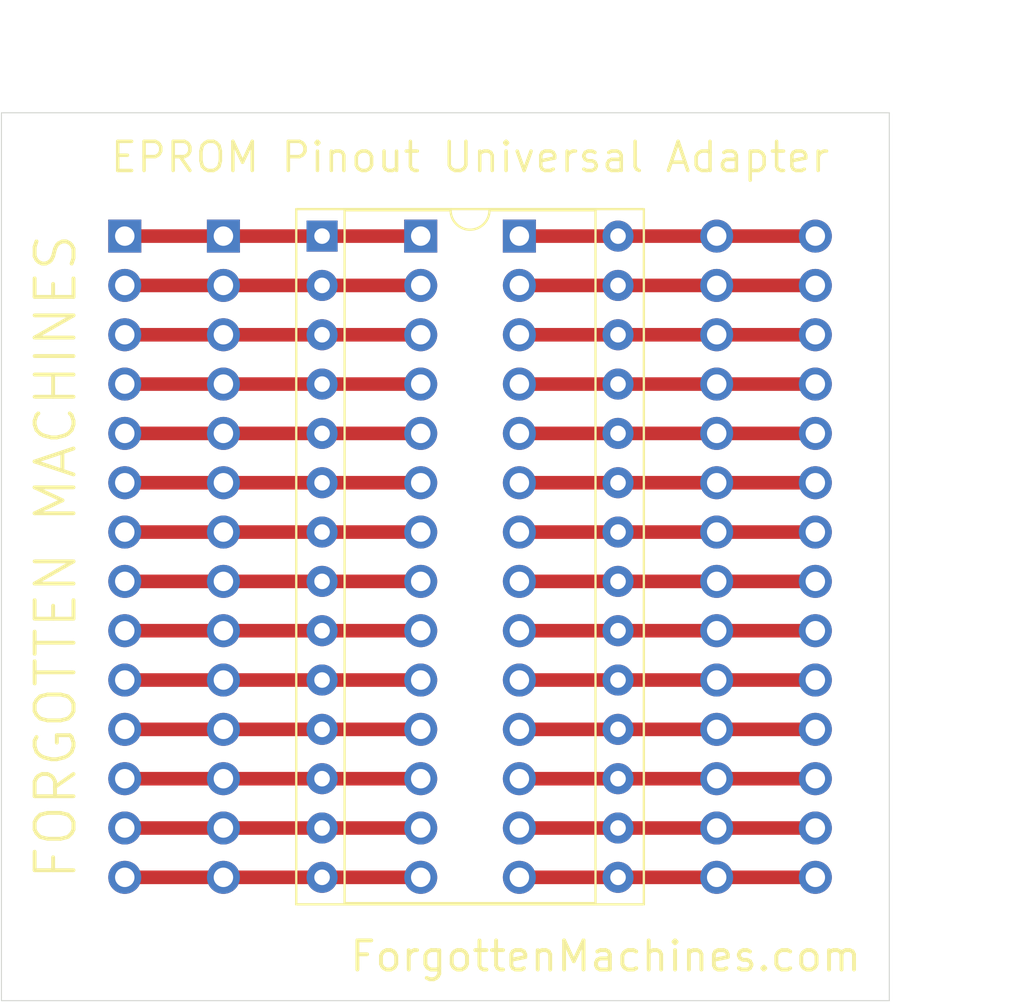
<source format=kicad_pcb>
(kicad_pcb (version 20221018) (generator pcbnew)
  (layers (0 "F.Cu" signal) (31 "B.Cu" signal) (34 "B.Paste" user) (35 "F.Paste" user) (36 "B.SilkS" user "B.Silkscreen") (37 "F.SilkS" user "F.Silkscreen") (38 "B.Mask" user) (39 "F.Mask" user) (44 "Edge.Cuts" user))
  (net 0 "")
  (net 1 "28")
  (net 2 "14")
  (net 3 "27")
  (net 4 "13")
  (net 5 "26")
  (net 6 "12")
  (net 7 "25")
  (net 8 "11")
  (net 9 "24")
  (net 10 "10")
  (net 11 "23")
  (net 12 "9")
  (net 13 "22")
  (net 14 "8")
  (net 15 "21")
  (net 16 "7")
  (net 17 "20")
  (net 18 "6")
  (net 19 "19")
  (net 20 "5")
  (net 21 "18")
  (net 22 "4")
  (net 23 "17")
  (net 24 "3")
  (net 25 "16")
  (net 26 "2")
  (net 27 "15")
  (net 28 "1")
  (footprint "Package_DIP:DIP-28_W15.24mm_Socket" (layer "F.Cu") (at 142.24 55.88)
    (fp_text reference "J1" hide)
    (fp_text value "Conn_02x14_Counter_Clockwise")
    (fp_line (start -1.33 -1.39) (end -1.33 34.41) (stroke (width 0.12)) (layer "F.SilkS"))
    (fp_line (start -1.33 34.41) (end 16.57 34.41) (stroke (width 0.12)) (layer "F.SilkS"))
    (fp_line (start 1.16 -1.33) (end 1.16 34.35) (stroke (width 0.12)) (layer "F.SilkS"))
    (fp_line (start 1.16 34.35) (end 14.08 34.35) (stroke (width 0.12)) (layer "F.SilkS"))
    (fp_line (start 6.62 -1.33) (end 1.16 -1.33) (stroke (width 0.12)) (layer "F.SilkS"))
    (fp_line (start 14.08 -1.33) (end 8.62 -1.33) (stroke (width 0.12)) (layer "F.SilkS"))
    (fp_line (start 14.08 34.35) (end 14.08 -1.33) (stroke (width 0.12)) (layer "F.SilkS"))
    (fp_line (start 16.57 -1.39) (end -1.33 -1.39) (stroke (width 0.12)) (layer "F.SilkS"))
    (fp_line (start 16.57 34.41) (end 16.57 -1.39) (stroke (width 0.12)) (layer "F.SilkS"))
    (fp_arc (start 8.62 -1.33) (mid 7.62 -0.33) (end 6.62 -1.33) (stroke (width 0.12)) (layer "F.SilkS"))
    (pad "1" thru_hole rect (at 0 0) (size 1.6 1.6) (drill 0.8) (layers "*.Cu" "*.Mask") (net 28 "1"))
    (pad "2" thru_hole oval (at 0 2.54) (size 1.6 1.6) (drill 0.8) (layers "*.Cu" "*.Mask") (net 26 "2"))
    (pad "3" thru_hole oval (at 0 5.08) (size 1.6 1.6) (drill 0.8) (layers "*.Cu" "*.Mask") (net 24 "3"))
    (pad "4" thru_hole oval (at 0 7.62) (size 1.6 1.6) (drill 0.8) (layers "*.Cu" "*.Mask") (net 22 "4"))
    (pad "5" thru_hole oval (at 0 10.16) (size 1.6 1.6) (drill 0.8) (layers "*.Cu" "*.Mask") (net 20 "5"))
    (pad "6" thru_hole oval (at 0 12.7) (size 1.6 1.6) (drill 0.8) (layers "*.Cu" "*.Mask") (net 18 "6"))
    (pad "7" thru_hole oval (at 0 15.24) (size 1.6 1.6) (drill 0.8) (layers "*.Cu" "*.Mask") (net 16 "7"))
    (pad "8" thru_hole oval (at 0 17.78) (size 1.6 1.6) (drill 0.8) (layers "*.Cu" "*.Mask") (net 14 "8"))
    (pad "9" thru_hole oval (at 0 20.32) (size 1.6 1.6) (drill 0.8) (layers "*.Cu" "*.Mask") (net 12 "9"))
    (pad "10" thru_hole oval (at 0 22.86) (size 1.6 1.6) (drill 0.8) (layers "*.Cu" "*.Mask") (net 10 "10"))
    (pad "11" thru_hole oval (at 0 25.4) (size 1.6 1.6) (drill 0.8) (layers "*.Cu" "*.Mask") (net 8 "11"))
    (pad "12" thru_hole oval (at 0 27.94) (size 1.6 1.6) (drill 0.8) (layers "*.Cu" "*.Mask") (net 6 "12"))
    (pad "13" thru_hole oval (at 0 30.48) (size 1.6 1.6) (drill 0.8) (layers "*.Cu" "*.Mask") (net 4 "13"))
    (pad "14" thru_hole oval (at 0 33.02) (size 1.6 1.6) (drill 0.8) (layers "*.Cu" "*.Mask") (net 2 "14"))
    (pad "15" thru_hole oval (at 15.24 33.02) (size 1.6 1.6) (drill 0.8) (layers "*.Cu" "*.Mask") (net 27 "15"))
    (pad "16" thru_hole oval (at 15.24 30.48) (size 1.6 1.6) (drill 0.8) (layers "*.Cu" "*.Mask") (net 25 "16"))
    (pad "17" thru_hole oval (at 15.24 27.94) (size 1.6 1.6) (drill 0.8) (layers "*.Cu" "*.Mask") (net 23 "17"))
    (pad "18" thru_hole oval (at 15.24 25.4) (size 1.6 1.6) (drill 0.8) (layers "*.Cu" "*.Mask") (net 21 "18"))
    (pad "19" thru_hole oval (at 15.24 22.86) (size 1.6 1.6) (drill 0.8) (layers "*.Cu" "*.Mask") (net 19 "19"))
    (pad "20" thru_hole oval (at 15.24 20.32) (size 1.6 1.6) (drill 0.8) (layers "*.Cu" "*.Mask") (net 17 "20"))
    (pad "21" thru_hole oval (at 15.24 17.78) (size 1.6 1.6) (drill 0.8) (layers "*.Cu" "*.Mask") (net 15 "21"))
    (pad "22" thru_hole oval (at 15.24 15.24) (size 1.6 1.6) (drill 0.8) (layers "*.Cu" "*.Mask") (net 13 "22"))
    (pad "23" thru_hole oval (at 15.24 12.7) (size 1.6 1.6) (drill 0.8) (layers "*.Cu" "*.Mask") (net 11 "23"))
    (pad "24" thru_hole oval (at 15.24 10.16) (size 1.6 1.6) (drill 0.8) (layers "*.Cu" "*.Mask") (net 9 "24"))
    (pad "25" thru_hole oval (at 15.24 7.62) (size 1.6 1.6) (drill 0.8) (layers "*.Cu" "*.Mask") (net 7 "25"))
    (pad "26" thru_hole oval (at 15.24 5.08) (size 1.6 1.6) (drill 0.8) (layers "*.Cu" "*.Mask") (net 5 "26"))
    (pad "27" thru_hole oval (at 15.24 2.54) (size 1.6 1.6) (drill 0.8) (layers "*.Cu" "*.Mask") (net 3 "27"))
    (pad "28" thru_hole oval (at 15.24 0) (size 1.6 1.6) (drill 0.8) (layers "*.Cu" "*.Mask") (net 1 "28"))
  )
  (footprint "Connector Board:PinHeader_1x14_P2.54mm_Vertical" (layer "F.Cu") (at 132.08 55.88)
    (fp_text reference "J3" hide)
    (fp_text value "Conn_01x14")
    (pad "1" thru_hole rect (at 0 0) (size 1.7 1.7) (drill 1) (layers "*.Cu" "*.Mask") (net 28 "1"))
    (pad "2" thru_hole oval (at 0 2.54) (size 1.7 1.7) (drill 1) (layers "*.Cu" "*.Mask") (net 26 "2"))
    (pad "3" thru_hole oval (at 0 5.08) (size 1.7 1.7) (drill 1) (layers "*.Cu" "*.Mask") (net 24 "3"))
    (pad "4" thru_hole oval (at 0 7.62) (size 1.7 1.7) (drill 1) (layers "*.Cu" "*.Mask") (net 22 "4"))
    (pad "5" thru_hole oval (at 0 10.16) (size 1.7 1.7) (drill 1) (layers "*.Cu" "*.Mask") (net 20 "5"))
    (pad "6" thru_hole oval (at 0 12.7) (size 1.7 1.7) (drill 1) (layers "*.Cu" "*.Mask") (net 18 "6"))
    (pad "7" thru_hole oval (at 0 15.24) (size 1.7 1.7) (drill 1) (layers "*.Cu" "*.Mask") (net 16 "7"))
    (pad "8" thru_hole oval (at 0 17.78) (size 1.7 1.7) (drill 1) (layers "*.Cu" "*.Mask") (net 14 "8"))
    (pad "9" thru_hole oval (at 0 20.32) (size 1.7 1.7) (drill 1) (layers "*.Cu" "*.Mask") (net 12 "9"))
    (pad "10" thru_hole oval (at 0 22.86) (size 1.7 1.7) (drill 1) (layers "*.Cu" "*.Mask") (net 10 "10"))
    (pad "11" thru_hole oval (at 0 25.4) (size 1.7 1.7) (drill 1) (layers "*.Cu" "*.Mask") (net 8 "11"))
    (pad "12" thru_hole oval (at 0 27.94) (size 1.7 1.7) (drill 1) (layers "*.Cu" "*.Mask") (net 6 "12"))
    (pad "13" thru_hole oval (at 0 30.48) (size 1.7 1.7) (drill 1) (layers "*.Cu" "*.Mask") (net 4 "13"))
    (pad "14" thru_hole oval (at 0 33.02) (size 1.7 1.7) (drill 1) (layers "*.Cu" "*.Mask") (net 2 "14"))
  )
  (footprint "Connector Board:PinHeader_1x14_P2.54mm_Vertical2" (layer "F.Cu") (at 162.56 55.88)
    (fp_text reference "J4" hide)
    (fp_text value "Conn_01x14")
    (pad "1" thru_hole circle (at 0 0) (size 1.7 1.7) (drill 1) (layers "*.Cu" "*.Mask") (net 1 "28"))
    (pad "2" thru_hole oval (at 0 2.54) (size 1.7 1.7) (drill 1) (layers "*.Cu" "*.Mask") (net 3 "27"))
    (pad "3" thru_hole oval (at 0 5.08) (size 1.7 1.7) (drill 1) (layers "*.Cu" "*.Mask") (net 5 "26"))
    (pad "4" thru_hole oval (at 0 7.62) (size 1.7 1.7) (drill 1) (layers "*.Cu" "*.Mask") (net 7 "25"))
    (pad "5" thru_hole oval (at 0 10.16) (size 1.7 1.7) (drill 1) (layers "*.Cu" "*.Mask") (net 9 "24"))
    (pad "6" thru_hole oval (at 0 12.7) (size 1.7 1.7) (drill 1) (layers "*.Cu" "*.Mask") (net 11 "23"))
    (pad "7" thru_hole oval (at 0 15.24) (size 1.7 1.7) (drill 1) (layers "*.Cu" "*.Mask") (net 13 "22"))
    (pad "8" thru_hole oval (at 0 17.78) (size 1.7 1.7) (drill 1) (layers "*.Cu" "*.Mask") (net 15 "21"))
    (pad "9" thru_hole oval (at 0 20.32) (size 1.7 1.7) (drill 1) (layers "*.Cu" "*.Mask") (net 17 "20"))
    (pad "10" thru_hole oval (at 0 22.86) (size 1.7 1.7) (drill 1) (layers "*.Cu" "*.Mask") (net 19 "19"))
    (pad "11" thru_hole oval (at 0 25.4) (size 1.7 1.7) (drill 1) (layers "*.Cu" "*.Mask") (net 21 "18"))
    (pad "12" thru_hole oval (at 0 27.94) (size 1.7 1.7) (drill 1) (layers "*.Cu" "*.Mask") (net 23 "17"))
    (pad "13" thru_hole oval (at 0 30.48) (size 1.7 1.7) (drill 1) (layers "*.Cu" "*.Mask") (net 25 "16"))
    (pad "14" thru_hole oval (at 0 33.02) (size 1.7 1.7) (drill 1) (layers "*.Cu" "*.Mask") (net 27 "15"))
  )
  (footprint "Connector Board:PinHeader_1x14_P2.54mm_Vertical2" (layer "F.Cu") (at 167.64 55.88)
    (fp_text reference "J5" hide)
    (fp_text value "Conn_01x14")
    (pad "1" thru_hole circle (at 0 0) (size 1.7 1.7) (drill 1) (layers "*.Cu" "*.Mask") (net 1 "28"))
    (pad "2" thru_hole oval (at 0 2.54) (size 1.7 1.7) (drill 1) (layers "*.Cu" "*.Mask") (net 3 "27"))
    (pad "3" thru_hole oval (at 0 5.08) (size 1.7 1.7) (drill 1) (layers "*.Cu" "*.Mask") (net 5 "26"))
    (pad "4" thru_hole oval (at 0 7.62) (size 1.7 1.7) (drill 1) (layers "*.Cu" "*.Mask") (net 7 "25"))
    (pad "5" thru_hole oval (at 0 10.16) (size 1.7 1.7) (drill 1) (layers "*.Cu" "*.Mask") (net 9 "24"))
    (pad "6" thru_hole oval (at 0 12.7) (size 1.7 1.7) (drill 1) (layers "*.Cu" "*.Mask") (net 11 "23"))
    (pad "7" thru_hole oval (at 0 15.24) (size 1.7 1.7) (drill 1) (layers "*.Cu" "*.Mask") (net 13 "22"))
    (pad "8" thru_hole oval (at 0 17.78) (size 1.7 1.7) (drill 1) (layers "*.Cu" "*.Mask") (net 15 "21"))
    (pad "9" thru_hole oval (at 0 20.32) (size 1.7 1.7) (drill 1) (layers "*.Cu" "*.Mask") (net 17 "20"))
    (pad "10" thru_hole oval (at 0 22.86) (size 1.7 1.7) (drill 1) (layers "*.Cu" "*.Mask") (net 19 "19"))
    (pad "11" thru_hole oval (at 0 25.4) (size 1.7 1.7) (drill 1) (layers "*.Cu" "*.Mask") (net 21 "18"))
    (pad "12" thru_hole oval (at 0 27.94) (size 1.7 1.7) (drill 1) (layers "*.Cu" "*.Mask") (net 23 "17"))
    (pad "13" thru_hole oval (at 0 30.48) (size 1.7 1.7) (drill 1) (layers "*.Cu" "*.Mask") (net 25 "16"))
    (pad "14" thru_hole oval (at 0 33.02) (size 1.7 1.7) (drill 1) (layers "*.Cu" "*.Mask") (net 27 "15"))
  )
  (footprint "Connector Board:PinHeader_1x14_P2.54mm_Vertical" (layer "F.Cu") (at 137.16 55.88)
    (fp_text reference "J2" hide)
    (fp_text value "Conn_01x14")
    (pad "1" thru_hole rect (at 0 0) (size 1.7 1.7) (drill 1) (layers "*.Cu" "*.Mask") (net 28 "1"))
    (pad "2" thru_hole oval (at 0 2.54) (size 1.7 1.7) (drill 1) (layers "*.Cu" "*.Mask") (net 26 "2"))
    (pad "3" thru_hole oval (at 0 5.08) (size 1.7 1.7) (drill 1) (layers "*.Cu" "*.Mask") (net 24 "3"))
    (pad "4" thru_hole oval (at 0 7.62) (size 1.7 1.7) (drill 1) (layers "*.Cu" "*.Mask") (net 22 "4"))
    (pad "5" thru_hole oval (at 0 10.16) (size 1.7 1.7) (drill 1) (layers "*.Cu" "*.Mask") (net 20 "5"))
    (pad "6" thru_hole oval (at 0 12.7) (size 1.7 1.7) (drill 1) (layers "*.Cu" "*.Mask") (net 18 "6"))
    (pad "7" thru_hole oval (at 0 15.24) (size 1.7 1.7) (drill 1) (layers "*.Cu" "*.Mask") (net 16 "7"))
    (pad "8" thru_hole oval (at 0 17.78) (size 1.7 1.7) (drill 1) (layers "*.Cu" "*.Mask") (net 14 "8"))
    (pad "9" thru_hole oval (at 0 20.32) (size 1.7 1.7) (drill 1) (layers "*.Cu" "*.Mask") (net 12 "9"))
    (pad "10" thru_hole oval (at 0 22.86) (size 1.7 1.7) (drill 1) (layers "*.Cu" "*.Mask") (net 10 "10"))
    (pad "11" thru_hole oval (at 0 25.4) (size 1.7 1.7) (drill 1) (layers "*.Cu" "*.Mask") (net 8 "11"))
    (pad "12" thru_hole oval (at 0 27.94) (size 1.7 1.7) (drill 1) (layers "*.Cu" "*.Mask") (net 6 "12"))
    (pad "13" thru_hole oval (at 0 30.48) (size 1.7 1.7) (drill 1) (layers "*.Cu" "*.Mask") (net 4 "13"))
    (pad "14" thru_hole oval (at 0 33.02) (size 1.7 1.7) (drill 1) (layers "*.Cu" "*.Mask") (net 2 "14"))
  )
  (footprint "Connector Board:PinHeader_1x14_P2.54mm_Vertical" (layer "F.Cu") (at 147.32 55.88)
    (fp_text reference "J6" hide)
    (fp_text value "Conn_01x14")
    (pad "1" thru_hole rect (at 0 0) (size 1.7 1.7) (drill 1) (layers "*.Cu" "*.Mask") (net 28 "1"))
    (pad "2" thru_hole oval (at 0 2.54) (size 1.7 1.7) (drill 1) (layers "*.Cu" "*.Mask") (net 26 "2"))
    (pad "3" thru_hole oval (at 0 5.08) (size 1.7 1.7) (drill 1) (layers "*.Cu" "*.Mask") (net 24 "3"))
    (pad "4" thru_hole oval (at 0 7.62) (size 1.7 1.7) (drill 1) (layers "*.Cu" "*.Mask") (net 22 "4"))
    (pad "5" thru_hole oval (at 0 10.16) (size 1.7 1.7) (drill 1) (layers "*.Cu" "*.Mask") (net 20 "5"))
    (pad "6" thru_hole oval (at 0 12.7) (size 1.7 1.7) (drill 1) (layers "*.Cu" "*.Mask") (net 18 "6"))
    (pad "7" thru_hole oval (at 0 15.24) (size 1.7 1.7) (drill 1) (layers "*.Cu" "*.Mask") (net 16 "7"))
    (pad "8" thru_hole oval (at 0 17.78) (size 1.7 1.7) (drill 1) (layers "*.Cu" "*.Mask") (net 14 "8"))
    (pad "9" thru_hole oval (at 0 20.32) (size 1.7 1.7) (drill 1) (layers "*.Cu" "*.Mask") (net 12 "9"))
    (pad "10" thru_hole oval (at 0 22.86) (size 1.7 1.7) (drill 1) (layers "*.Cu" "*.Mask") (net 10 "10"))
    (pad "11" thru_hole oval (at 0 25.4) (size 1.7 1.7) (drill 1) (layers "*.Cu" "*.Mask") (net 8 "11"))
    (pad "12" thru_hole oval (at 0 27.94) (size 1.7 1.7) (drill 1) (layers "*.Cu" "*.Mask") (net 6 "12"))
    (pad "13" thru_hole oval (at 0 30.48) (size 1.7 1.7) (drill 1) (layers "*.Cu" "*.Mask") (net 4 "13"))
    (pad "14" thru_hole oval (at 0 33.02) (size 1.7 1.7) (drill 1) (layers "*.Cu" "*.Mask") (net 2 "14"))
  )
  (footprint "Connector Board:PinHeader_1x14_P2.54mm_Vertical" (layer "F.Cu") (at 152.4 55.88)
    (fp_text reference "J7" hide)
    (fp_text value "Conn_01x14")
    (pad "1" thru_hole rect (at 0 0) (size 1.7 1.7) (drill 1) (layers "*.Cu" "*.Mask") (net 1 "28"))
    (pad "2" thru_hole oval (at 0 2.54) (size 1.7 1.7) (drill 1) (layers "*.Cu" "*.Mask") (net 3 "27"))
    (pad "3" thru_hole oval (at 0 5.08) (size 1.7 1.7) (drill 1) (layers "*.Cu" "*.Mask") (net 5 "26"))
    (pad "4" thru_hole oval (at 0 7.62) (size 1.7 1.7) (drill 1) (layers "*.Cu" "*.Mask") (net 7 "25"))
    (pad "5" thru_hole oval (at 0 10.16) (size 1.7 1.7) (drill 1) (layers "*.Cu" "*.Mask") (net 9 "24"))
    (pad "6" thru_hole oval (at 0 12.7) (size 1.7 1.7) (drill 1) (layers "*.Cu" "*.Mask") (net 11 "23"))
    (pad "7" thru_hole oval (at 0 15.24) (size 1.7 1.7) (drill 1) (layers "*.Cu" "*.Mask") (net 13 "22"))
    (pad "8" thru_hole oval (at 0 17.78) (size 1.7 1.7) (drill 1) (layers "*.Cu" "*.Mask") (net 15 "21"))
    (pad "9" thru_hole oval (at 0 20.32) (size 1.7 1.7) (drill 1) (layers "*.Cu" "*.Mask") (net 17 "20"))
    (pad "10" thru_hole oval (at 0 22.86) (size 1.7 1.7) (drill 1) (layers "*.Cu" "*.Mask") (net 19 "19"))
    (pad "11" thru_hole oval (at 0 25.4) (size 1.7 1.7) (drill 1) (layers "*.Cu" "*.Mask") (net 21 "18"))
    (pad "12" thru_hole oval (at 0 27.94) (size 1.7 1.7) (drill 1) (layers "*.Cu" "*.Mask") (net 23 "17"))
    (pad "13" thru_hole oval (at 0 30.48) (size 1.7 1.7) (drill 1) (layers "*.Cu" "*.Mask") (net 25 "16"))
    (pad "14" thru_hole oval (at 0 33.02) (size 1.7 1.7) (drill 1) (layers "*.Cu" "*.Mask") (net 27 "15"))
  )
  (gr_line (start 171.45 95.25) (end 171.45 49.53) (stroke (width 0.05)) (layer "Edge.Cuts"))
  (gr_line (start 125.73 95.25) (end 125.73 49.53) (stroke (width 0.05)) (layer "Edge.Cuts"))
  (gr_line (start 125.73 49.53) (end 171.45 49.53) (stroke (width 0.05)) (layer "Edge.Cuts"))
  (gr_line (start 171.45 95.25) (end 125.73 95.25) (stroke (width 0.05)) (layer "Edge.Cuts"))
  (gr_text "EPROM Pinout Universal Adapter" (at 149.86 51.816) (layer "F.SilkS") (effects (font (size 1.5 1.5) (thickness 0.18))))
  (gr_text "ForgottenMachines.com" (at 156.845 92.964) (layer "F.SilkS") (effects (font (size 1.5 1.5) (thickness 0.2))))
  (gr_text "FORGOTTEN MACHINES" (at 128.524 72.39 90) (layer "F.SilkS") (effects (font (size 2 2) (thickness 0.2))))
  (segment (start 162.56 55.88) (end 167.64 55.88) (width 0.7) (layer "F.Cu") (net 1))
  (segment (start 157.48 55.88) (end 162.56 55.88) (width 0.7) (layer "F.Cu") (net 1))
  (segment (start 152.4 55.88) (end 157.48 55.88) (width 0.7) (layer "F.Cu") (net 1))
  (segment (start 137.16 88.9) (end 132.08 88.9) (width 0.7) (layer "F.Cu") (net 2))
  (segment (start 147.32 88.9) (end 142.24 88.9) (width 0.7) (layer "F.Cu") (net 2))
  (segment (start 142.24 88.9) (end 137.16 88.9) (width 0.7) (layer "F.Cu") (net 2))
  (segment (start 162.56 58.42) (end 167.64 58.42) (width 0.7) (layer "F.Cu") (net 3))
  (segment (start 157.48 58.42) (end 162.56 58.42) (width 0.7) (layer "F.Cu") (net 3))
  (segment (start 152.4 58.42) (end 157.48 58.42) (width 0.7) (layer "F.Cu") (net 3))
  (segment (start 147.32 86.36) (end 142.24 86.36) (width 0.7) (layer "F.Cu") (net 4))
  (segment (start 137.16 86.36) (end 142.24 86.36) (width 0.7) (layer "F.Cu") (net 4))
  (segment (start 137.16 86.36) (end 132.08 86.36) (width 0.7) (layer "F.Cu") (net 4))
  (segment (start 167.64 60.96) (end 162.56 60.96) (width 0.7) (layer "F.Cu") (net 5))
  (segment (start 162.56 60.96) (end 157.48 60.96) (width 0.7) (layer "F.Cu") (net 5))
  (segment (start 157.48 60.96) (end 152.4 60.96) (width 0.7) (layer "F.Cu") (net 5))
  (segment (start 137.16 83.82) (end 132.08 83.82) (width 0.7) (layer "F.Cu") (net 6))
  (segment (start 142.24 83.82) (end 137.16 83.82) (width 0.7) (layer "F.Cu") (net 6))
  (segment (start 147.32 83.82) (end 142.24 83.82) (width 0.7) (layer "F.Cu") (net 6))
  (segment (start 152.4 63.5) (end 157.48 63.5) (width 0.7) (layer "F.Cu") (net 7))
  (segment (start 157.48 63.5) (end 162.56 63.5) (width 0.7) (layer "F.Cu") (net 7))
  (segment (start 167.64 63.5) (end 162.56 63.5) (width 0.7) (layer "F.Cu") (net 7))
  (segment (start 137.16 81.28) (end 132.08 81.28) (width 0.7) (layer "F.Cu") (net 8))
  (segment (start 142.24 81.28) (end 137.16 81.28) (width 0.7) (layer "F.Cu") (net 8))
  (segment (start 147.32 81.28) (end 142.24 81.28) (width 0.7) (layer "F.Cu") (net 8))
  (segment (start 162.56 66.04) (end 157.48 66.04) (width 0.7) (layer "F.Cu") (net 9))
  (segment (start 152.4 66.04) (end 157.48 66.04) (width 0.7) (layer "F.Cu") (net 9))
  (segment (start 167.64 66.04) (end 162.56 66.04) (width 0.7) (layer "F.Cu") (net 9))
  (segment (start 137.16 78.74) (end 132.08 78.74) (width 0.7) (layer "F.Cu") (net 10))
  (segment (start 147.32 78.74) (end 142.24 78.74) (width 0.7) (layer "F.Cu") (net 10))
  (segment (start 142.24 78.74) (end 137.16 78.74) (width 0.7) (layer "F.Cu") (net 10))
  (segment (start 152.4 68.58) (end 157.48 68.58) (width 0.7) (layer "F.Cu") (net 11))
  (segment (start 162.56 68.58) (end 157.48 68.58) (width 0.7) (layer "F.Cu") (net 11))
  (segment (start 167.64 68.58) (end 162.56 68.58) (width 0.7) (layer "F.Cu") (net 11))
  (segment (start 137.16 76.2) (end 132.08 76.2) (width 0.7) (layer "F.Cu") (net 12))
  (segment (start 147.32 76.2) (end 142.24 76.2) (width 0.7) (layer "F.Cu") (net 12))
  (segment (start 142.24 76.2) (end 137.16 76.2) (width 0.7) (layer "F.Cu") (net 12))
  (segment (start 167.64 71.12) (end 162.56 71.12) (width 0.7) (layer "F.Cu") (net 13))
  (segment (start 157.48 71.12) (end 162.56 71.12) (width 0.7) (layer "F.Cu") (net 13))
  (segment (start 152.4 71.12) (end 157.48 71.12) (width 0.7) (layer "F.Cu") (net 13))
  (segment (start 132.08 73.66) (end 137.16 73.66) (width 0.7) (layer "F.Cu") (net 14))
  (segment (start 137.16 73.66) (end 142.24 73.66) (width 0.7) (layer "F.Cu") (net 14))
  (segment (start 147.32 73.66) (end 142.24 73.66) (width 0.7) (layer "F.Cu") (net 14))
  (segment (start 152.4 73.66) (end 157.48 73.66) (width 0.7) (layer "F.Cu") (net 15))
  (segment (start 157.48 73.66) (end 162.56 73.66) (width 0.7) (layer "F.Cu") (net 15))
  (segment (start 167.64 73.66) (end 162.56 73.66) (width 0.7) (layer "F.Cu") (net 15))
  (segment (start 137.16 71.12) (end 132.08 71.12) (width 0.7) (layer "F.Cu") (net 16))
  (segment (start 142.24 71.12) (end 137.16 71.12) (width 0.7) (layer "F.Cu") (net 16))
  (segment (start 147.32 71.12) (end 142.24 71.12) (width 0.7) (layer "F.Cu") (net 16))
  (segment (start 162.56 76.2) (end 157.48 76.2) (width 0.7) (layer "F.Cu") (net 17))
  (segment (start 152.4 76.2) (end 157.48 76.2) (width 0.7) (layer "F.Cu") (net 17))
  (segment (start 167.64 76.2) (end 162.56 76.2) (width 0.7) (layer "F.Cu") (net 17))
  (segment (start 137.16 68.58) (end 132.08 68.58) (width 0.7) (layer "F.Cu") (net 18))
  (segment (start 147.32 68.58) (end 142.24 68.58) (width 0.7) (layer "F.Cu") (net 18))
  (segment (start 142.24 68.58) (end 137.16 68.58) (width 0.7) (layer "F.Cu") (net 18))
  (segment (start 157.48 78.74) (end 152.4 78.74) (width 0.7) (layer "F.Cu") (net 19))
  (segment (start 167.64 78.74) (end 162.56 78.74) (width 0.7) (layer "F.Cu") (net 19))
  (segment (start 162.56 78.74) (end 157.48 78.74) (width 0.7) (layer "F.Cu") (net 19))
  (segment (start 137.16 66.04) (end 132.08 66.04) (width 0.7) (layer "F.Cu") (net 20))
  (segment (start 142.24 66.04) (end 137.16 66.04) (width 0.7) (layer "F.Cu") (net 20))
  (segment (start 147.32 66.04) (end 142.24 66.04) (width 0.7) (layer "F.Cu") (net 20))
  (segment (start 157.48 81.28) (end 162.56 81.28) (width 0.7) (layer "F.Cu") (net 21))
  (segment (start 157.48 81.28) (end 152.4 81.28) (width 0.7) (layer "F.Cu") (net 21))
  (segment (start 167.64 81.28) (end 162.56 81.28) (width 0.7) (layer "F.Cu") (net 21))
  (segment (start 137.16 63.5) (end 132.08 63.5) (width 0.7) (layer "F.Cu") (net 22))
  (segment (start 147.32 63.5) (end 142.24 63.5) (width 0.7) (layer "F.Cu") (net 22))
  (segment (start 142.24 63.5) (end 137.16 63.5) (width 0.7) (layer "F.Cu") (net 22))
  (segment (start 157.48 83.82) (end 152.4 83.82) (width 0.7) (layer "F.Cu") (net 23))
  (segment (start 157.48 83.82) (end 162.56 83.82) (width 0.7) (layer "F.Cu") (net 23))
  (segment (start 167.64 83.82) (end 162.56 83.82) (width 0.7) (layer "F.Cu") (net 23))
  (segment (start 137.16 60.96) (end 132.08 60.96) (width 0.7) (layer "F.Cu") (net 24))
  (segment (start 147.32 60.96) (end 142.24 60.96) (width 0.7) (layer "F.Cu") (net 24))
  (segment (start 142.24 60.96) (end 137.16 60.96) (width 0.7) (layer "F.Cu") (net 24))
  (segment (start 152.4 86.36) (end 157.48 86.36) (width 0.7) (layer "F.Cu") (net 25))
  (segment (start 162.56 86.36) (end 157.48 86.36) (width 0.7) (layer "F.Cu") (net 25))
  (segment (start 167.64 86.36) (end 162.56 86.36) (width 0.7) (layer "F.Cu") (net 25))
  (segment (start 132.08 58.42) (end 137.16 58.42) (width 0.7) (layer "F.Cu") (net 26))
  (segment (start 142.24 58.42) (end 147.32 58.42) (width 0.7) (layer "F.Cu") (net 26))
  (segment (start 137.16 58.42) (end 142.24 58.42) (width 0.7) (layer "F.Cu") (net 26))
  (segment (start 167.64 88.9) (end 162.56 88.9) (width 0.7) (layer "F.Cu") (net 27))
  (segment (start 162.56 88.9) (end 157.48 88.9) (width 0.7) (layer "F.Cu") (net 27))
  (segment (start 152.4 88.9) (end 157.48 88.9) (width 0.7) (layer "F.Cu") (net 27))
  (segment (start 132.08 55.88) (end 137.16 55.88) (width 0.7) (layer "F.Cu") (net 28))
  (segment (start 137.16 55.88) (end 142.24 55.88) (width 0.7) (layer "F.Cu") (net 28))
  (segment (start 142.24 55.88) (end 147.32 55.88) (width 0.7) (layer "F.Cu") (net 28))
)
</source>
